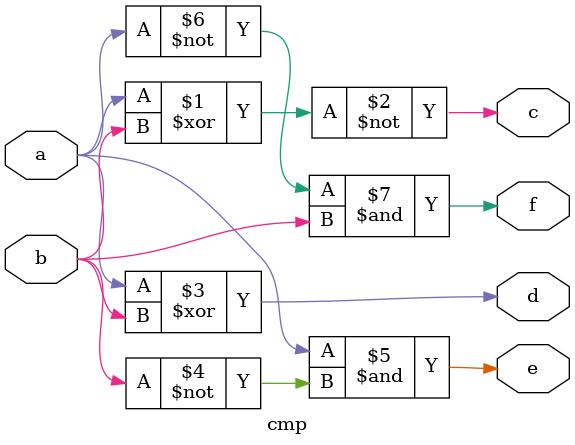
<source format=v>
`timescale 1ns / 1ps

module cmp(
    input a, b,
    output c, d, e, f
    );

    assign c = ~(a^b);
    assign d = a^b;
    assign e = a&~b;
    assign f = ~a&b;

endmodule
</source>
